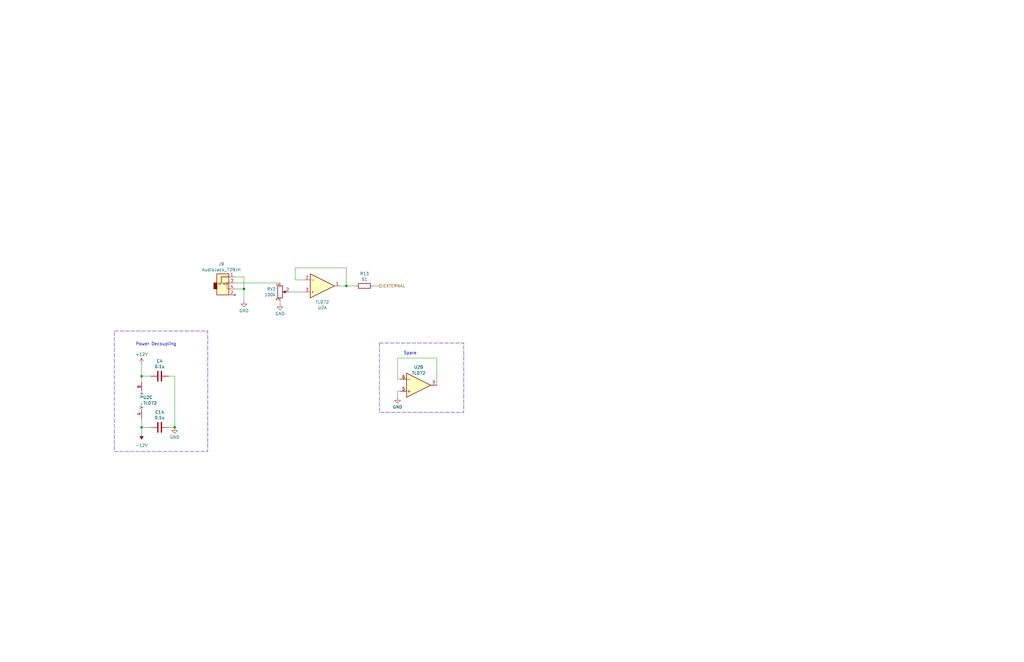
<source format=kicad_sch>
(kicad_sch (version 20230121) (generator eeschema)
  (paper "B")
  (title_block (title "Zoxnoxious Backplane and VCA") (date "2025-06-03") (rev "0.3") (company "Zoxnoxious Engineering"))
  (lib_symbols
    (symbol "Amplifier_Operational:TL072" (pin_names (offset 0.127))
      (property "Reference" "U" (at 0 5.08 0))
      (property "Value" "TL072" (at 0 -5.08 0))
      (symbol "TL072_1_1"
        (polyline (pts (xy -5.08 5.08) (xy 5.08 0) (xy -5.08 -5.08) (xy -5.08 5.08)) (stroke (width 0.254)) (fill (type background)))
        (pin output line (at 7.62 0 180) (length 2.54) (name "~") (number "1"))
        (pin input line (at -7.62 -2.54 0) (length 2.54) (name "-") (number "2"))
        (pin input line (at -7.62 2.54 0) (length 2.54) (name "+") (number "3"))
      )
      (symbol "TL072_2_1"
        (polyline (pts (xy -5.08 5.08) (xy 5.08 0) (xy -5.08 -5.08) (xy -5.08 5.08)) (stroke (width 0.254)) (fill (type background)))
        (pin input line (at -7.62 2.54 0) (length 2.54) (name "+") (number "5"))
        (pin input line (at -7.62 -2.54 0) (length 2.54) (name "-") (number "6"))
        (pin output line (at 7.62 0 180) (length 2.54) (name "~") (number "7"))
      )
      (symbol "TL072_3_1"
        (pin power_in line (at -2.54 -7.62 90) (length 3.81) (name "V-") (number "4"))
        (pin power_in line (at -2.54 7.62 270) (length 3.81) (name "V+") (number "8"))
      )
    )
    (symbol "Device:C" (pin_numbers hide) (pin_names (offset 0.254))
      (property "Reference" "C" (at 0.635 2.54 0))
      (property "Value" "C" (at 0.635 -2.54 0))
      (symbol "C_0_1"
        (polyline (pts (xy -2.032 -0.762) (xy 2.032 -0.762)) (stroke (width 0.508)))
        (polyline (pts (xy -2.032 0.762) (xy 2.032 0.762)) (stroke (width 0.508)))
      )
      (symbol "C_1_1"
        (pin passive line (at 0 3.81 270) (length 2.794) (name "~") (number "1"))
        (pin passive line (at 0 -3.81 90) (length 2.794) (name "~") (number "2"))
      )
    )
    (symbol "Device:R" (pin_numbers hide) (pin_names (offset 0))
      (property "Reference" "R" (at 2.032 0 90))
      (property "Value" "R" (at 0 0 90))
      (symbol "R_0_1"
        (rectangle (start -1.016 -2.54) (end 1.016 2.54) (stroke (width 0.254)))
      )
      (symbol "R_1_1"
        (pin passive line (at 0 3.81 270) (length 1.27) (name "~") (number "1"))
        (pin passive line (at 0 -3.81 90) (length 1.27) (name "~") (number "2"))
      )
    )
    (symbol "Device:R_Potentiometer" (pin_names (offset 1.016) hide)
      (property "Reference" "RV" (at -4.445 0 90))
      (property "Value" "R_Potentiometer" (at -2.54 0 90))
      (symbol "R_Potentiometer_0_1"
        (polyline (pts (xy 2.54 0) (xy 1.524 0)))
        (polyline (pts (xy 1.143 0) (xy 2.286 0.508) (xy 2.286 -0.508) (xy 1.143 0)) (fill (type outline)))
        (rectangle (start 1.016 2.54) (end -1.016 -2.54) (stroke (width 0.254)))
      )
      (symbol "R_Potentiometer_1_1"
        (pin passive line (at 0 3.81 270) (length 1.27) (name "1") (number "1"))
        (pin passive line (at 3.81 0 180) (length 1.27) (name "2") (number "2"))
        (pin passive line (at 0 -3.81 90) (length 1.27) (name "3") (number "3"))
      )
    )
    (symbol "power:+12V" (power) (pin_names (offset 0))
      (property "Value" "+12V" (at 0 3.556 0))
      (symbol "+12V_0_1"
        (polyline (pts (xy -0.762 1.27) (xy 0 2.54)))
        (polyline (pts (xy 0 0) (xy 0 2.54)))
        (polyline (pts (xy 0 2.54) (xy 0.762 1.27)))
      )
      (symbol "+12V_1_1"
        (pin power_in line (at 0 0 90) (length 0) hide (name "+12V") (number "1"))
      )
    )
    (symbol "power:-12V" (power) (pin_names (offset 0))
      (property "Value" "-12V" (at 0 3.81 0))
      (symbol "-12V_0_0"
        (pin power_in line (at 0 0 90) (length 0) hide (name "-12V") (number "1"))
      )
      (symbol "-12V_0_1"
        (polyline (pts (xy 0 0) (xy 0 1.27) (xy 0.762 1.27) (xy 0 2.54) (xy -0.762 1.27) (xy 0 1.27)) (fill (type outline)))
      )
    )
    (symbol "power:GND" (power) (pin_names (offset 0))
      (property "Value" "GND" (at 0 -3.81 0))
      (symbol "GND_0_1"
        (polyline (pts (xy 0 0) (xy 0 -1.27) (xy 1.27 -1.27) (xy 0 -2.54) (xy -1.27 -1.27) (xy 0 -1.27)))
      )
      (symbol "GND_1_1"
        (pin power_in line (at 0 0 270) (length 0) hide (name "GND") (number "1"))
      )
    )
    (symbol "vca_backplane:AudioJack_729JH"
      (property "Reference" "J" (at 0 8.89 0))
      (property "Value" "AudioJack_729JH" (at 0 6.35 0))
      (symbol "AudioJack_729JH_0_1"
        (rectangle (start -2.54 0) (end -3.81 -2.54) (stroke (width 0.254)) (fill (type outline)))
        (polyline (pts (xy 1.778 -0.254) (xy 2.032 -0.762)))
        (polyline (pts (xy 0 0) (xy 0.635 -0.635) (xy 1.27 0) (xy 2.54 0)) (stroke (width 0.254)))
        (polyline (pts (xy 2.54 -2.54) (xy 1.778 -2.54) (xy 1.778 -0.254) (xy 1.524 -0.762)))
        (polyline (pts (xy 2.54 2.54) (xy -0.635 2.54) (xy -0.635 0) (xy -1.27 -0.635) (xy -1.905 0)) (stroke (width 0.254)))
        (rectangle (start 2.54 3.81) (end -2.54 -5.08) (stroke (width 0.254)) (fill (type background)))
      )
      (symbol "AudioJack_729JH_1_1"
        (pin passive line (at 5.08 2.54 180) (length 2.54) (name "~") (number "1"))
        (pin no_connect line (at 5.08 -5.08 180) (length 2.54) (name "~") (number "2"))
        (pin passive line (at 5.08 0 180) (length 2.54) (name "~") (number "3"))
        (pin passive line (at 5.08 -2.54 180) (length 2.54) (name "~") (number "4"))
      )
    )
  )
  (junction (at 102.87 121.92))
  (junction (at 59.69 180.34))
  (junction (at 146.05 120.65))
  (junction (at 73.66 180.34))
  (junction (at 59.69 158.75))
  (wire (pts (xy 124.46 113.03) (xy 146.05 113.03)))
  (wire (pts (xy 157.48 120.65) (xy 160.02 120.65)))
  (wire (pts (xy 167.64 165.1) (xy 167.64 167.64)))
  (wire (pts (xy 73.66 180.34) (xy 71.12 180.34)))
  (wire (pts (xy 128.27 118.11) (xy 124.46 118.11)))
  (wire (pts (xy 168.91 165.1) (xy 167.64 165.1)))
  (wire (pts (xy 121.92 123.19) (xy 128.27 123.19)))
  (wire (pts (xy 102.87 121.92) (xy 102.87 127)))
  (wire (pts (xy 59.69 153.67) (xy 59.69 158.75)))
  (wire (pts (xy 124.46 118.11) (xy 124.46 113.03)))
  (wire (pts (xy 143.51 120.65) (xy 146.05 120.65)))
  (wire (pts (xy 73.66 158.75) (xy 73.66 180.34)))
  (wire (pts (xy 167.64 160.02) (xy 167.64 151.13)))
  (wire (pts (xy 168.91 160.02) (xy 167.64 160.02)))
  (wire (pts (xy 102.87 116.84) (xy 102.87 121.92)))
  (wire (pts (xy 146.05 120.65) (xy 149.86 120.65)))
  (wire (pts (xy 59.69 158.75) (xy 63.5 158.75)))
  (wire (pts (xy 59.69 158.75) (xy 59.69 161.29)))
  (wire (pts (xy 184.15 151.13) (xy 184.15 162.56)))
  (wire (pts (xy 99.06 116.84) (xy 102.87 116.84)))
  (wire (pts (xy 99.06 121.92) (xy 102.87 121.92)))
  (wire (pts (xy 59.69 180.34) (xy 63.5 180.34)))
  (wire (pts (xy 118.11 127) (xy 118.11 128.27)))
  (wire (pts (xy 59.69 180.34) (xy 59.69 182.88)))
  (wire (pts (xy 99.06 119.38) (xy 118.11 119.38)))
  (wire (pts (xy 146.05 113.03) (xy 146.05 120.65)))
  (wire (pts (xy 71.12 158.75) (xy 73.66 158.75)))
  (wire (pts (xy 59.69 176.53) (xy 59.69 180.34)))
  (wire (pts (xy 167.64 151.13) (xy 184.15 151.13)))
  (rectangle (start 48.26 139.7) (end 87.63 190.5) (stroke (width 0) (type dash)))
  (rectangle (start 160.02 144.78) (end 195.58 173.99) (stroke (width 0) (type dash)))
  (text "Spare" (at 170.18 149.86 0) (effects (font (size 1.27 1.27)) (justify left bottom)))
  (text "Power Decoupling" (at 57.15 146.05 0) (effects (font (size 1.27 1.27)) (justify left bottom)))
  (hierarchical_label "EXTERNAL" (shape output) (at 160.02 120.65 0))
  (symbol (lib_id "vca_backplane:AudioJack_729JH") (at 93.98 119.38 0) (unit 1)
    (property "Reference" "J9" (at 93.345 111.4257 0))
    (property "Value" "AudioJack_729JH" (at 93.345 113.8499 0))
    (property "Footprint" "project_footprints:Jack_3.5mm_729JH-R_Horizontal" (effects hide))
  )
  (symbol (lib_id "power:GND") (at 118.11 128.27 0) (unit 1)
    (property "Reference" "#PWR061" (effects hide))
    (property "Value" "GND" (at 118.11 132.4031 0))
  )
  (symbol (lib_id "power:+12V") (at 59.69 153.67 0) (unit 1)
    (property "Reference" "#PWR062" (effects hide))
    (property "Value" "+12V" (at 59.69 149.5369 0))
  )
  (symbol (lib_id "Device:C") (at 67.31 158.75 270) (unit 1)
    (property "Reference" "C4" (at 67.31 152.3492 90))
    (property "Value" "0.1u" (at 67.31 154.6606 90))
    (property "Footprint" "Capacitor_SMD:C_0603_1608Metric" (effects hide))
    (property "LCSC" "C14663" (effects hide))
  )
  (symbol (lib_id "Device:R_Potentiometer") (at 118.11 123.19 0) (unit 1)
    (property "Reference" "RV2" (at 116.332 121.9779 0) (effects (justify right)))
    (property "Value" "100k" (at 116.332 124.4021 0) (effects (justify right)))
    (property "Footprint" "project_footprints:TRIM_PTN091-H10115K1B" (effects hide))
    (property "Digikey" "PTN091-H100115K1A" (effects hide))
  )
  (symbol (lib_id "Device:R") (at 153.67 120.65 90) (unit 1)
    (property "Reference" "R13" (at 153.67 115.4897 90))
    (property "Value" "51" (at 153.67 117.9139 90))
    (property "Footprint" "Resistor_SMD:R_0603_1608Metric" (effects hide))
    (property "LCSC" "C23197" (effects hide))
  )
  (symbol (lib_id "power:GND") (at 102.87 127 0) (unit 1)
    (property "Reference" "#PWR060" (effects hide))
    (property "Value" "GND" (at 102.87 131.1331 0))
  )
  (symbol (lib_id "power:GND") (at 73.66 180.34 0) (unit 1)
    (property "Reference" "#PWR063" (effects hide))
    (property "Value" "GND" (at 73.66 184.4731 0))
  )
  (symbol (lib_id "Amplifier_Operational:TL072") (at 135.89 120.65 0) (mirror x) (unit 1)
    (property "Reference" "U2" (at 135.89 129.8743 0))
    (property "Value" "TL072" (at 135.89 127.4501 0))
    (property "Footprint" "Package_SO:SOIC-8_3.9x4.9mm_P1.27mm" (effects hide))
    (property "Datasheet" "http://www.ti.com/lit/ds/symlink/tl071.pdf" (effects hide))
    (property "LCSC" "C6961" (effects hide))
  )
  (symbol (lib_id "power:GND") (at 167.64 167.64 0) (unit 1)
    (property "Reference" "#PWR064" (effects hide))
    (property "Value" "GND" (at 167.64 171.7731 0))
  )
  (symbol (lib_id "Device:C") (at 67.31 180.34 270) (unit 1)
    (property "Reference" "C14" (at 67.31 173.9392 90))
    (property "Value" "0.1u" (at 67.31 176.2506 90))
    (property "Footprint" "Capacitor_SMD:C_0603_1608Metric" (effects hide))
    (property "LCSC" "C14663" (effects hide))
  )
  (symbol (lib_id "Amplifier_Operational:TL072") (at 62.23 168.91 0) (unit 3)
    (property "Reference" "U2" (at 60.325 167.6979 0) (effects (justify left)))
    (property "Value" "TL072" (at 60.325 170.1221 0) (effects (justify left)))
    (property "Footprint" "Package_SO:SOIC-8_3.9x4.9mm_P1.27mm" (effects hide))
    (property "Datasheet" "http://www.ti.com/lit/ds/symlink/tl071.pdf" (effects hide))
    (property "LCSC" "C6961" (effects hide))
  )
  (symbol (lib_id "power:-12V") (at 59.69 182.88 0) (mirror x) (unit 1)
    (property "Reference" "#PWR066" (effects hide))
    (property "Value" "-12V" (at 59.69 187.96 0))
  )
  (symbol (lib_id "Amplifier_Operational:TL072") (at 176.53 162.56 0) (mirror x) (unit 2)
    (property "Reference" "U2" (at 176.53 154.94 0))
    (property "Value" "TL072" (at 176.53 157.48 0))
    (property "Footprint" "Package_SO:SOIC-8_3.9x4.9mm_P1.27mm" (effects hide))
    (property "Datasheet" "http://www.ti.com/lit/ds/symlink/tl071.pdf" (effects hide))
    (property "LCSC" "C6961" (effects hide))
  )
)
</source>
